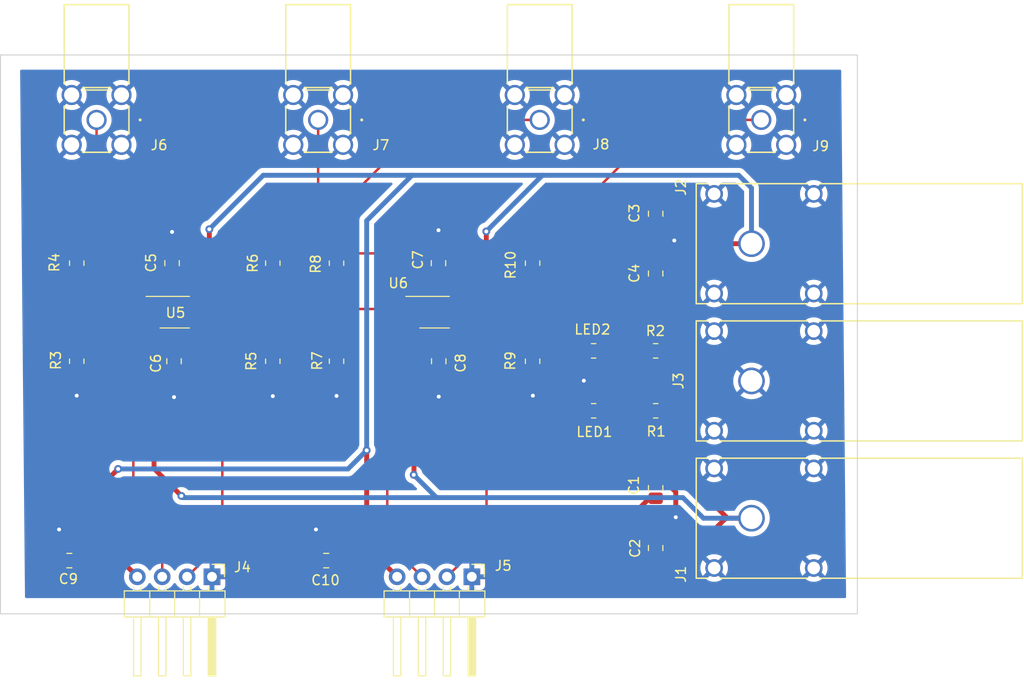
<source format=kicad_pcb>
(kicad_pcb (version 20221018) (generator pcbnew)
  (layers (0 "F.Cu" signal) (31 "B.Cu" signal) (34 "B.Paste" user) (35 "F.Paste" user) (36 "B.SilkS" user "B.Silkscreen") (37 "F.SilkS" user "F.Silkscreen") (38 "B.Mask" user) (39 "F.Mask" user) (44 "Edge.Cuts" user))
  (net 0 "")
  (net 1 "/V-")
  (net 2 "GND")
  (net 3 "/V+")
  (net 4 "1Q")
  (net 5 "1I")
  (net 6 "2Q")
  (net 7 "2I")
  (net 8 "Net-(LED1-K)")
  (net 9 "Net-(LED2-A)")
  (net 10 "Net-(U5A--)")
  (net 11 "SMA1I")
  (net 12 "Net-(U5B--)")
  (net 13 "SMA1Q")
  (net 14 "Net-(U6A--)")
  (net 15 "SMA2I")
  (net 16 "Net-(U6B--)")
  (net 17 "SMA2Q")
  (footprint "Capacitor_SMD:C_0805_2012Metric_Pad1.18x1.45mm_HandSolder" (layer "F.Cu") (at 94.7 81.2375 -90)
    (fp_text reference "C8" (at 0.1875 -2.225 90) (layer "F.SilkS"))
    (fp_text value "0.1uF")
    (pad "1" smd roundrect locked (at -1.0375 0 270) (size 1.175 1.45) (layers "F.Cu" "F.Paste" "F.Mask") (roundrect_rratio 0.212766) (net 1 "/V-"))
    (pad "2" smd roundrect locked (at 1.0375 0 270) (size 1.175 1.45) (layers "F.Cu" "F.Paste" "F.Mask") (roundrect_rratio 0.212766) (net 2 "GND"))
  )
  (footprint "0731000115:COAX4GND_731000115_MOL" (layer "F.Cu") (at 59.8 56.625)
    (fp_text reference "J6" (at 6.375 2.575 unlocked) (layer "F.SilkS"))
    (fp_text value "CONSMA002")
    (pad "1" thru_hole circle locked (at 0 0) (size 2.0574 2.0574) (drill 1.5494) (layers "*.Cu" "*.Mask") (net 11 "SMA1I"))
    (pad "2" thru_hole circle locked (at -2.54 -2.54) (size 2.0574 2.0574) (drill 1.5494) (layers "*.Cu" "*.Mask") (net 2 "GND"))
    (pad "3" thru_hole circle locked (at -2.54 2.54) (size 2.0574 2.0574) (drill 1.5494) (layers "*.Cu" "*.Mask") (net 2 "GND"))
    (pad "4" thru_hole circle locked (at 2.54 2.54) (size 2.0574 2.0574) (drill 1.5494) (layers "*.Cu" "*.Mask") (net 2 "GND"))
    (pad "5" thru_hole circle locked (at 2.54 -2.54) (size 2.0574 2.0574) (drill 1.5494) (layers "*.Cu" "*.Mask") (net 2 "GND"))
  )
  (footprint "Package_SO:MSOP-8_3x3mm_P0.65mm" (layer "F.Cu") (at 67.775 76.2375)
    (fp_text reference "U5" (at 0.075 0.065) (layer "F.SilkS"))
    (fp_text value "ADA4807-2ARM")
    (pad "1" smd roundrect locked (at -2.1125 -0.975) (size 1.625 0.4) (layers "F.Cu" "F.Paste" "F.Mask") (net 11 "SMA1I"))
    (pad "2" smd roundrect locked (at -2.1125 -0.325) (size 1.625 0.4) (layers "F.Cu" "F.Paste" "F.Mask") (net 10 "Net-(U5A--)"))
    (pad "3" smd roundrect locked (at -2.1125 0.325) (size 1.625 0.4) (layers "F.Cu" "F.Paste" "F.Mask") (net 5 "1I"))
    (pad "4" smd roundrect locked (at -2.1125 0.975) (size 1.625 0.4) (layers "F.Cu" "F.Paste" "F.Mask") (net 1 "/V-"))
    (pad "5" smd roundrect locked (at 2.1125 0.975) (size 1.625 0.4) (layers "F.Cu" "F.Paste" "F.Mask") (net 4 "1Q"))
    (pad "6" smd roundrect locked (at 2.1125 0.325) (size 1.625 0.4) (layers "F.Cu" "F.Paste" "F.Mask") (net 12 "Net-(U5B--)"))
    (pad "7" smd roundrect locked (at 2.1125 -0.325) (size 1.625 0.4) (layers "F.Cu" "F.Paste" "F.Mask") (net 13 "SMA1Q"))
    (pad "8" smd roundrect locked (at 2.1125 -0.975) (size 1.625 0.4) (layers "F.Cu" "F.Paste" "F.Mask") (net 3 "/V+"))
  )
  (footprint "Capacitor_SMD:C_0805_2012Metric_Pad1.18x1.45mm_HandSolder" (layer "F.Cu") (at 116.825 72.29375 90)
    (fp_text reference "C4" (at 0.01875 -2.175 90) (layer "F.SilkS"))
    (fp_text value "10uF")
    (pad "1" smd roundrect locked (at -1.0375 0 90) (size 1.175 1.45) (layers "F.Cu" "F.Paste" "F.Mask") (roundrect_rratio 0.212766) (net 3 "/V+"))
    (pad "2" smd roundrect locked (at 1.0375 0 90) (size 1.175 1.45) (layers "F.Cu" "F.Paste" "F.Mask") (roundrect_rratio 0.212766) (net 2 "GND"))
  )
  (footprint "Capacitor_SMD:C_0805_2012Metric_Pad1.18x1.45mm_HandSolder" (layer "F.Cu") (at 67.7 81.2375 -90)
    (fp_text reference "C6" (at 0.2125 1.85 90) (layer "F.SilkS"))
    (fp_text value "0.1uF")
    (pad "1" smd roundrect locked (at -1.0375 0 270) (size 1.175 1.45) (layers "F.Cu" "F.Paste" "F.Mask") (roundrect_rratio 0.212766) (net 1 "/V-"))
    (pad "2" smd roundrect locked (at 1.0375 0 270) (size 1.175 1.45) (layers "F.Cu" "F.Paste" "F.Mask") (roundrect_rratio 0.212766) (net 2 "GND"))
  )
  (footprint "Capacitor_SMD:C_0805_2012Metric_Pad1.18x1.45mm_HandSolder" (layer "F.Cu") (at 94.675 71.2375 90)
    (fp_text reference "C7" (at 0.3375 -2.1 90) (layer "F.SilkS"))
    (fp_text value "0.1uF")
    (pad "1" smd roundrect locked (at -1.0375 0 90) (size 1.175 1.45) (layers "F.Cu" "F.Paste" "F.Mask") (roundrect_rratio 0.212766) (net 3 "/V+"))
    (pad "2" smd roundrect locked (at 1.0375 0 90) (size 1.175 1.45) (layers "F.Cu" "F.Paste" "F.Mask") (roundrect_rratio 0.212766) (net 2 "GND"))
  )
  (footprint "Capacitor_SMD:C_0805_2012Metric_Pad1.18x1.45mm_HandSolder" (layer "F.Cu") (at 83.225 101.575 180)
    (fp_text reference "C10" (at 0.075 -2) (layer "F.SilkS"))
    (fp_text value "0.1uF")
    (pad "1" smd roundrect (at -1.0375 0 180) (size 1.175 1.45) (layers "F.Cu" "F.Paste" "F.Mask") (roundrect_rratio 0.212766) (net 3 "/V+"))
    (pad "2" smd roundrect (at 1.0375 0 180) (size 1.175 1.45) (layers "F.Cu" "F.Paste" "F.Mask") (roundrect_rratio 0.212766) (net 2 "GND"))
  )
  (footprint "Package_SO:MSOP-8_3x3mm_P0.65mm" (layer "F.Cu") (at 94.275 76.2375)
    (fp_text reference "U6" (at -3.7 -2.9625) (layer "F.SilkS"))
    (fp_text value "ADA4807-2ARM")
    (pad "1" smd roundrect locked (at -2.1125 -0.975) (size 1.625 0.4) (layers "F.Cu" "F.Paste" "F.Mask") (net 15 "SMA2I"))
    (pad "2" smd roundrect locked (at -2.1125 -0.325) (size 1.625 0.4) (layers "F.Cu" "F.Paste" "F.Mask") (net 14 "Net-(U6A--)"))
    (pad "3" smd roundrect locked (at -2.1125 0.325) (size 1.625 0.4) (layers "F.Cu" "F.Paste" "F.Mask") (net 7 "2I"))
    (pad "4" smd roundrect locked (at -2.1125 0.975) (size 1.625 0.4) (layers "F.Cu" "F.Paste" "F.Mask") (net 1 "/V-"))
    (pad "5" smd roundrect locked (at 2.1125 0.975) (size 1.625 0.4) (layers "F.Cu" "F.Paste" "F.Mask") (net 6 "2Q"))
    (pad "6" smd roundrect locked (at 2.1125 0.325) (size 1.625 0.4) (layers "F.Cu" "F.Paste" "F.Mask") (net 16 "Net-(U6B--)"))
    (pad "7" smd roundrect locked (at 2.1125 -0.325) (size 1.625 0.4) (layers "F.Cu" "F.Paste" "F.Mask") (net 17 "SMA2Q"))
    (pad "8" smd roundrect locked (at 2.1125 -0.975) (size 1.625 0.4) (layers "F.Cu" "F.Paste" "F.Mask") (net 3 "/V+"))
  )
  (footprint "Resistor_SMD:R_0805_2012Metric_Pad1.20x1.40mm_HandSolder" (layer "F.Cu") (at 116.825 80.18125 180)
    (fp_text reference "R2" (at 0.025 2.03125) (layer "F.SilkS"))
    (fp_text value "R")
    (pad "1" smd roundrect locked (at -1 0 180) (size 1.2 1.4) (layers "F.Cu" "F.Paste" "F.Mask") (roundrect_rratio 0.208333) (net 3 "/V+"))
    (pad "2" smd roundrect locked (at 1 0 180) (size 1.2 1.4) (layers "F.Cu" "F.Paste" "F.Mask") (roundrect_rratio 0.208333) (net 9 "Net-(LED2-A)"))
  )
  (footprint "73099:CONN_73099-0_POM" (layer "F.Cu") (at 126.6 69.25 90)
    (fp_text reference "J2" (at 5.75 -7.2 90 unlocked) (layer "F.SilkS"))
    (fp_text value "73099-0")
    (pad "1" thru_hole circle locked (at 0 0 90) (size 2.7178 2.7178) (drill 2.2098) (layers "*.Cu" "*.Mask") (net 3 "/V+"))
    (pad "2" thru_hole circle locked (at -5.08 -3.81 90) (size 1.8034 1.8034) (drill 1.2954) (layers "*.Cu" "*.Mask"))
    (pad "3" thru_hole circle locked (at 5.08 -3.81 90) (size 1.8034 1.8034) (drill 1.2954) (layers "*.Cu" "*.Mask"))
    (pad "4" thru_hole circle locked (at -5.08 6.35 90) (size 1.8034 1.8034) (drill 1.2954) (layers "*.Cu" "*.Mask"))
    (pad "5" thru_hole circle locked (at 5.08 6.35 90) (size 1.8034 1.8034) (drill 1.2954) (layers "*.Cu" "*.Mask"))
  )
  (footprint "Resistor_SMD:R_0805_2012Metric_Pad1.20x1.40mm_HandSolder" (layer "F.Cu") (at 110.5 86.29375 180)
    (fp_text reference "LED1" (at -0.075 -2.15625) (layer "F.SilkS"))
    (fp_text value "D")
    (pad "1" smd roundrect locked (at -1 0 180) (size 1.2 1.4) (layers "F.Cu" "F.Paste" "F.Mask") (roundrect_rratio 0.208333) (net 8 "Net-(LED1-K)"))
    (pad "2" smd roundrect locked (at 1 0 180) (size 1.2 1.4) (layers "F.Cu" "F.Paste" "F.Mask") (roundrect_rratio 0.208333) (net 2 "GND"))
  )
  (footprint "Capacitor_SMD:C_0805_2012Metric_Pad1.18x1.45mm_HandSolder" (layer "F.Cu") (at 67.5 71.2375 90)
    (fp_text reference "C5" (at 0.0375 -2.15 90) (layer "F.SilkS"))
    (fp_text value "0.1uF")
    (pad "1" smd roundrect locked (at -1.0375 0 90) (size 1.175 1.45) (layers "F.Cu" "F.Paste" "F.Mask") (roundrect_rratio 0.212766) (net 3 "/V+"))
    (pad "2" smd roundrect locked (at 1.0375 0 90) (size 1.175 1.45) (layers "F.Cu" "F.Paste" "F.Mask") (roundrect_rratio 0.212766) (net 2 "GND"))
  )
  (footprint "Capacitor_SMD:C_0805_2012Metric_Pad1.18x1.45mm_HandSolder" (layer "F.Cu") (at 116.825 94.18125 90)
    (fp_text reference "C1" (at 0.28125 -2.225 90) (layer "F.SilkS"))
    (fp_text value "0.1uF")
    (pad "1" smd roundrect locked (at -1.0375 0 90) (size 1.175 1.45) (layers "F.Cu" "F.Paste" "F.Mask") (roundrect_rratio 0.212766) (net 1 "/V-"))
    (pad "2" smd roundrect locked (at 1.0375 0 90) (size 1.175 1.45) (layers "F.Cu" "F.Paste" "F.Mask") (roundrect_rratio 0.212766) (net 2 "GND"))
  )
  (footprint "Capacitor_SMD:C_0805_2012Metric_Pad1.18x1.45mm_HandSolder" (layer "F.Cu") (at 116.825 100.29375 90)
    (fp_text reference "C2" (at -0.03125 -2.1 90) (layer "F.SilkS"))
    (fp_text value "10uF")
    (pad "1" smd roundrect locked (at -1.0375 0 90) (size 1.175 1.45) (layers "F.Cu" "F.Paste" "F.Mask") (roundrect_rratio 0.212766) (net 1 "/V-"))
    (pad "2" smd roundrect locked (at 1.0375 0 90) (size 1.175 1.45) (layers "F.Cu" "F.Paste" "F.Mask") (roundrect_rratio 0.212766) (net 2 "GND"))
  )
  (footprint "Resistor_SMD:R_0805_2012Metric_Pad1.20x1.40mm_HandSolder" (layer "F.Cu") (at 57.775 81.2375 90)
    (fp_text reference "R3" (at 0.0875 -2.125 90) (layer "F.SilkS"))
    (fp_text value "10k")
    (pad "1" smd roundrect locked (at -1 0 90) (size 1.2 1.4) (layers "F.Cu" "F.Paste" "F.Mask") (roundrect_rratio 0.208333) (net 2 "GND"))
    (pad "2" smd roundrect locked (at 1 0 90) (size 1.2 1.4) (layers "F.Cu" "F.Paste" "F.Mask") (roundrect_rratio 0.208333) (net 10 "Net-(U5A--)"))
  )
  (footprint "Resistor_SMD:R_0805_2012Metric_Pad1.20x1.40mm_HandSolder" (layer "F.Cu") (at 110.5 80.18125)
    (fp_text reference "LED2" (at -0.125 -2.18125) (layer "F.SilkS"))
    (fp_text value "D")
    (pad "1" smd roundrect locked (at -1 0) (size 1.2 1.4) (layers "F.Cu" "F.Paste" "F.Mask") (roundrect_rratio 0.208333) (net 2 "GND"))
    (pad "2" smd roundrect locked (at 1 0) (size 1.2 1.4) (layers "F.Cu" "F.Paste" "F.Mask") (roundrect_rratio 0.208333) (net 9 "Net-(LED2-A)"))
  )
  (footprint "Resistor_SMD:R_0805_2012Metric_Pad1.20x1.40mm_HandSolder" (layer "F.Cu") (at 104.275 81.2375 90)
    (fp_text reference "R9" (at 0.0375 -2.275 90) (layer "F.SilkS"))
    (fp_text value "10k")
    (pad "1" smd roundrect locked (at -1 0 90) (size 1.2 1.4) (layers "F.Cu" "F.Paste" "F.Mask") (roundrect_rratio 0.208333) (net 2 "GND"))
    (pad "2" smd roundrect locked (at 1 0 90) (size 1.2 1.4) (layers "F.Cu" "F.Paste" "F.Mask") (roundrect_rratio 0.208333) (net 16 "Net-(U6B--)"))
  )
  (footprint "Resistor_SMD:R_0805_2012Metric_Pad1.20x1.40mm_HandSolder" (layer "F.Cu") (at 84.275 71.2375 90)
    (fp_text reference "R8" (at -0.0875 -2.125 90) (layer "F.SilkS"))
    (fp_text value "10k")
    (pad "1" smd roundrect locked (at -1 0 90) (size 1.2 1.4) (layers "F.Cu" "F.Paste" "F.Mask") (roundrect_rratio 0.208333) (net 14 "Net-(U6A--)"))
    (pad "2" smd roundrect locked (at 1 0 90) (size 1.2 1.4) (layers "F.Cu" "F.Paste" "F.Mask") (roundrect_rratio 0.208333) (net 15 "SMA2I"))
  )
  (footprint "Resistor_SMD:R_0805_2012Metric_Pad1.20x1.40mm_HandSolder" (layer "F.Cu") (at 104.275 71.2375 90)
    (fp_text reference "R10" (at -0.1875 -2.25 270) (layer "F.SilkS"))
    (fp_text value "10k")
    (pad "1" smd roundrect locked (at -1 0 90) (size 1.2 1.4) (layers "F.Cu" "F.Paste" "F.Mask") (roundrect_rratio 0.208333) (net 16 "Net-(U6B--)"))
    (pad "2" smd roundrect locked (at 1 0 90) (size 1.2 1.4) (layers "F.Cu" "F.Paste" "F.Mask") (roundrect_rratio 0.208333) (net 17 "SMA2Q"))
  )
  (footprint "Resistor_SMD:R_0805_2012Metric_Pad1.20x1.40mm_HandSolder" (layer "F.Cu") (at 77.775 81.2375 90)
    (fp_text reference "R5" (at 0 -2.2 90) (layer "F.SilkS"))
    (fp_text value "10k")
    (pad "1" smd roundrect locked (at -1 0 90) (size 1.2 1.4) (layers "F.Cu" "F.Paste" "F.Mask") (roundrect_rratio 0.208333) (net 2 "GND"))
    (pad "2" smd roundrect locked (at 1 0 90) (size 1.2 1.4) (layers "F.Cu" "F.Paste" "F.Mask") (roundrect_rratio 0.208333) (net 12 "Net-(U5B--)"))
  )
  (footprint "0731000115:COAX4GND_731000115_MOL" (layer "F.Cu") (at 127.6 56.625)
    (fp_text reference "J9" (at 6.05 2.675 unlocked) (layer "F.SilkS"))
    (fp_text value "CONSMA002")
    (pad "1" thru_hole circle locked (at 0 0) (size 2.0574 2.0574) (drill 1.5494) (layers "*.Cu" "*.Mask") (net 17 "SMA2Q"))
    (pad "2" thru_hole circle locked (at -2.54 -2.54) (size 2.0574 2.0574) (drill 1.5494) (layers "*.Cu" "*.Mask") (net 2 "GND"))
    (pad "3" thru_hole circle locked (at -2.54 2.54) (size 2.0574 2.0574) (drill 1.5494) (layers "*.Cu" "*.Mask") (net 2 "GND"))
    (pad "4" thru_hole circle locked (at 2.54 2.54) (size 2.0574 2.0574) (drill 1.5494) (layers "*.Cu" "*.Mask") (net 2 "GND"))
    (pad "5" thru_hole circle locked (at 2.54 -2.54) (size 2.0574 2.0574) (drill 1.5494) (layers "*.Cu" "*.Mask") (net 2 "GND"))
  )
  (footprint "Resistor_SMD:R_0805_2012Metric_Pad1.20x1.40mm_HandSolder" (layer "F.Cu") (at 84.275 81.2375 90)
    (fp_text reference "R7" (at 0.0375 -1.975 90) (layer "F.SilkS"))
    (fp_text value "10k")
    (pad "1" smd roundrect locked (at -1 0 90) (size 1.2 1.4) (layers "F.Cu" "F.Paste" "F.Mask") (roundrect_rratio 0.208333) (net 2 "GND"))
    (pad "2" smd roundrect locked (at 1 0 90) (size 1.2 1.4) (layers "F.Cu" "F.Paste" "F.Mask") (roundrect_rratio 0.208333) (net 14 "Net-(U6A--)"))
  )
  (footprint "Capacitor_SMD:C_0805_2012Metric_Pad1.18x1.45mm_HandSolder" (layer "F.Cu") (at 116.825 66.19375 90)
    (fp_text reference "C3" (at 0.04375 -2.175 90) (layer "F.SilkS"))
    (fp_text value "0.1uF")
    (pad "1" smd roundrect locked (at -1.0375 0 90) (size 1.175 1.45) (layers "F.Cu" "F.Paste" "F.Mask") (roundrect_rratio 0.212766) (net 3 "/V+"))
    (pad "2" smd roundrect locked (at 1.0375 0 90) (size 1.175 1.45) (layers "F.Cu" "F.Paste" "F.Mask") (roundrect_rratio 0.212766) (net 2 "GND"))
  )
  (footprint "Connector_PinHeader_2.54mm:PinHeader_1x04_P2.54mm_Horizontal" (layer "F.Cu") (at 71.575 103.225 -90)
    (fp_text reference "J4" (at -0.975 -3.1 -180) (layer "F.SilkS"))
    (fp_text value "Conn_01x04_Pin")
    (pad "1" thru_hole rect locked (at 0 0 270) (size 1.7 1.7) (drill 1) (layers "*.Cu" "*.Mask") (net 2 "GND"))
    (pad "2" thru_hole oval locked (at 0 2.54 270) (size 1.7 1.7) (drill 1) (layers "*.Cu" "*.Mask") (net 4 "1Q"))
    (pad "3" thru_hole oval locked (at 0 5.08 270) (size 1.7 1.7) (drill 1) (layers "*.Cu" "*.Mask") (net 5 "1I"))
    (pad "4" thru_hole oval locked (at 0 7.62 270) (size 1.7 1.7) (drill 1) (layers "*.Cu" "*.Mask") (net 3 "/V+"))
  )
  (footprint "Resistor_SMD:R_0805_2012Metric_Pad1.20x1.40mm_HandSolder" (layer "F.Cu") (at 57.775 71.2375 90)
    (fp_text reference "R4" (at 0.0625 -2.275 90) (layer "F.SilkS"))
    (fp_text value "10k")
    (pad "1" smd roundrect locked (at -1 0 90) (size 1.2 1.4) (layers "F.Cu" "F.Paste" "F.Mask") (roundrect_rratio 0.208333) (net 10 "Net-(U5A--)"))
    (pad "2" smd roundrect locked (at 1 0 90) (size 1.2 1.4) (layers "F.Cu" "F.Paste" "F.Mask") (roundrect_rratio 0.208333) (net 11 "SMA1I"))
  )
  (footprint "73099:CONN_73099-0_POM" (layer "F.Cu") (at 126.6 83.25 90)
    (fp_text reference "J3" (at 0 -7.45 90 unlocked) (layer "F.SilkS"))
    (fp_text value "73099-0")
    (pad "1" thru_hole circle locked (at 0 0 90) (size 2.7178 2.7178) (drill 2.2098) (layers "*.Cu" "*.Mask") (net 2 "GND"))
    (pad "2" thru_hole circle locked (at -5.08 -3.81 90) (size 1.8034 1.8034) (drill 1.2954) (layers "*.Cu" "*.Mask"))
    (pad "3" thru_hole circle locked (at 5.08 -3.81 90) (size 1.8034 1.8034) (drill 1.2954) (layers "*.Cu" "*.Mask"))
    (pad "4" thru_hole circle locked (at -5.08 6.35 90) (size 1.8034 1.8034) (drill 1.2954) (layers "*.Cu" "*.Mask"))
    (pad "5" thru_hole circle locked (at 5.08 6.35 90) (size 1.8034 1.8034) (drill 1.2954) (layers "*.Cu" "*.Mask"))
  )
  (footprint "73099:CONN_73099-0_POM" (layer "F.Cu") (at 126.6 97.25 90)
    (fp_text reference "J1" (at -5.725 -7.2 90 unlocked) (layer "F.SilkS"))
    (fp_text value "73099-0")
    (pad "1" thru_hole circle locked (at 0 0 90) (size 2.7178 2.7178) (drill 2.2098) (layers "*.Cu" "*.Mask") (net 1 "/V-"))
    (pad "2" thru_hole circle locked (at -5.08 -3.81 90) (size 1.8034 1.8034) (drill 1.2954) (layers "*.Cu" "*.Mask"))
    (pad "3" thru_hole circle locked (at 5.08 -3.81 90) (size 1.8034 1.8034) (drill 1.2954) (layers "*.Cu" "*.Mask"))
    (pad "4" thru_hole circle locked (at -5.08 6.35 90) (size 1.8034 1.8034) (drill 1.2954) (layers "*.Cu" "*.Mask"))
    (pad "5" thru_hole circle locked (at 5.08 6.35 90) (size 1.8034 1.8034) (drill 1.2954) (layers "*.Cu" "*.Mask"))
  )
  (footprint "0731000115:COAX4GND_731000115_MOL" (layer "F.Cu") (at 105 56.625)
    (fp_text reference "J8" (at 6.25 2.5 unlocked) (layer "F.SilkS"))
    (fp_text value "CONSMA002")
    (pad "1" thru_hole circle locked (at 0 0) (size 2.0574 2.0574) (drill 1.5494) (layers "*.Cu" "*.Mask") (net 15 "SMA2I"))
    (pad "2" thru_hole circle locked (at -2.54 -2.54) (size 2.0574 2.0574) (drill 1.5494) (layers "*.Cu" "*.Mask") (net 2 "GND"))
    (pad "3" thru_hole circle locked (at -2.54 2.54) (size 2.0574 2.0574) (drill 1.5494) (layers "*.Cu" "*.Mask") (net 2 "GND"))
    (pad "4" thru_hole circle locked (at 2.54 2.54) (size 2.0574 2.0574) (drill 1.5494) (layers "*.Cu" "*.Mask") (net 2 "GND"))
    (pad "5" thru_hole circle locked (at 2.54 -2.54) (size 2.0574 2.0574) (drill 1.5494) (layers "*.Cu" "*.Mask") (net 2 "GND"))
  )
  (footprint "Resistor_SMD:R_0805_2012Metric_Pad1.20x1.40mm_HandSolder" (layer "F.Cu") (at 77.775 71.2375 90)
    (fp_text reference "R6" (at 0 -2.05 90) (layer "F.SilkS"))
    (fp_text value "10k")
    (pad "1" smd roundrect locked (at -1 0 90) (size 1.2 1.4) (layers "F.Cu" "F.Paste" "F.Mask") (roundrect_rratio 0.208333) (net 12 "Net-(U5B--)"))
    (pad "2" smd roundrect locked (at 1 0 90) (size 1.2 1.4) (layers "F.Cu" "F.Paste" "F.Mask") (roundrect_rratio 0.208333) (net 13 "SMA1Q"))
  )
  (footprint "Connector_PinHeader_2.54mm:PinHeader_1x04_P2.54mm_Horizontal" (layer "F.Cu") (at 98.075 103.225 -90)
    (fp_text reference "J5" (at -1.125 -3.2 -180) (layer "F.SilkS"))
    (fp_text value "Conn_01x04_Pin")
    (pad "1" thru_hole rect locked (at 0 0 270) (size 1.7 1.7) (drill 1) (layers "*.Cu" "*.Mask") (net 2 "GND"))
    (pad "2" thru_hole oval locked (at 0 2.54 270) (size 1.7 1.7) (drill 1) (layers "*.Cu" "*.Mask") (net 6 "2Q"))
    (pad "3" thru_hole oval locked (at 0 5.08 270) (size 1.7 1.7) (drill 1) (layers "*.Cu" "*.Mask") (net 7 "2I"))
    (pad "4" thru_hole oval locked (at 0 7.62 270) (size 1.7 1.7) (drill 1) (layers "*.Cu" "*.Mask") (net 3 "/V+"))
  )
  (footprint "0731000115:COAX4GND_731000115_MOL" (layer "F.Cu") (at 82.4 56.625)
    (fp_text reference "J7" (at 6.4 2.575 unlocked) (layer "F.SilkS"))
    (fp_text value "CONSMA002")
    (pad "1" thru_hole circle locked (at 0 0) (size 2.0574 2.0574) (drill 1.5494) (layers "*.Cu" "*.Mask") (net 13 "SMA1Q"))
    (pad "2" thru_hole circle locked (at -2.54 -2.54) (size 2.0574 2.0574) (drill 1.5494) (layers "*.Cu" "*.Mask") (net 2 "GND"))
    (pad "3" thru_hole circle locked (at -2.54 2.54) (size 2.0574 2.0574) (drill 1.5494) (layers "*.Cu" "*.Mask") (net 2 "GND"))
    (pad "4" thru_hole circle locked (at 2.54 2.54) (size 2.0574 2.0574) (drill 1.5494) (layers "*.Cu" "*.Mask") (net 2 "GND"))
    (pad "5" thru_hole circle locked (at 2.54 -2.54) (size 2.0574 2.0574) (drill 1.5494) (layers "*.Cu" "*.Mask") (net 2 "GND"))
  )
  (footprint "Capacitor_SMD:C_0805_2012Metric_Pad1.18x1.45mm_HandSolder" (layer "F.Cu") (at 57.025 101.575 180)
    (fp_text reference "C9" (at 0.1 -1.875) (layer "F.SilkS"))
    (fp_text value "0.1uF")
    (pad "1" smd roundrect (at -1.0375 0 180) (size 1.175 1.45) (layers "F.Cu" "F.Paste" "F.Mask") (roundrect_rratio 0.212766) (net 3 "/V+"))
    (pad "2" smd roundrect (at 1.0375 0 180) (size 1.175 1.45) (layers "F.Cu" "F.Paste" "F.Mask") (roundrect_rratio 0.212766) (net 2 "GND"))
  )
  (footprint "Resistor_SMD:R_0805_2012Metric_Pad1.20x1.40mm_HandSolder" (layer "F.Cu") (at 116.825 86.29375)
    (fp_text reference "R1" (at 0.05 2.10625) (layer "F.SilkS"))
    (fp_text value "R")
    (pad "1" smd roundrect locked (at -1 0) (size 1.2 1.4) (layers "F.Cu" "F.Paste" "F.Mask") (roundrect_rratio 0.208333) (net 8 "Net-(LED1-K)"))
    (pad "2" smd roundrect locked (at 1 0) (size 1.2 1.4) (layers "F.Cu" "F.Paste" "F.Mask") (roundrect_rratio 0.208333) (net 1 "/V-"))
  )
  (gr_rect locked (start 50 50) (end 137.4 107) (stroke (width 0.1)) (fill none) (layer "Edge.Cuts"))
  (segment (start 116.825 101.33125) (end 116.00625 101.33125) (width 0.5) (layer "F.Cu") (net 1))
  (segment (start 66.7625 77.2125) (end 65.6625 77.2125) (width 0.5) (layer "F.Cu") (net 1))
  (segment (start 92.15 92.825) (end 92.1625 92.8125) (width 0.2) (layer "F.Cu") (net 1))
  (segment (start 126.6 97.25) (end 124.15 97.25) (width 0.2) (layer "F.Cu") (net 1))
  (segment (start 93.8375 77.2125) (end 92.1625 77.2125) (width 0.5) (layer "F.Cu") (net 1))
  (segment (start 67.7 80.2) (end 67.7 78.15) (width 0.5) (layer "F.Cu") (net 1))
  (segment (start 114.75 96.65) (end 116.18125 95.21875) (width 0.5) (layer "F.Cu") (net 1))
  (segment (start 116.18125 95.21875) (end 116.825 95.21875) (width 0.2) (layer "F.Cu") (net 1))
  (segment (start 65.6625 92.1875) (end 65.6625 77.2125) (width 0.5) (layer "F.Cu") (net 1))
  (segment (start 118.59375 86.29375) (end 117.825 86.29375) (width 0.5) (layer "F.Cu") (net 1))
  (segment (start 92.1625 92.8125) (end 92.175 92.8) (width 0.5) (layer "F.Cu") (net 1))
  (segment (start 94.7 78.075) (end 93.8375 77.2125) (width 0.5) (layer "F.Cu") (net 1))
  (segment (start 92.175 92.8) (end 92.175 77.225) (width 0.5) (layer "F.Cu") (net 1))
  (segment (start 94.7 80.2) (end 94.7 78.075) (width 0.5) (layer "F.Cu") (net 1))
  (segment (start 124.15 97.25) (end 119.45 92.55) (width 0.5) (layer "F.Cu") (net 1))
  (segment (start 123.975 97.25) (end 126.6 97.25) (width 0.5) (layer "F.Cu") (net 1))
  (segment (start 68.45 94.975) (end 65.6625 92.1875) (width 0.5) (layer "F.Cu") (net 1))
  (segment (start 119.45 92.55) (end 119.45 87.15) (width 0.5) (layer "F.Cu") (net 1))
  (segment (start 116.825 101.33125) (end 119.89375 101.33125) (width 0.5) (layer "F.Cu") (net 1))
  (segment (start 119.45 87.15) (end 118.59375 86.29375) (width 0.5) (layer "F.Cu") (net 1))
  (segment (start 114.75 100.075) (end 114.75 96.65) (width 0.5) (layer "F.Cu") (net 1))
  (segment (start 92.175 77.225) (end 92.1625 77.2125) (width 0.5) (layer "F.Cu") (net 1))
  (segment (start 67.7 78.15) (end 66.7625 77.2125) (width 0.5) (layer "F.Cu") (net 1))
  (segment (start 119.89375 101.33125) (end 123.975 97.25) (width 0.5) (layer "F.Cu") (net 1))
  (segment (start 116.00625 101.33125) (end 114.75 100.075) (width 0.5) (layer "F.Cu") (net 1))
  (via (at 68.45 94.975) (size 0.8) (drill 0.4) (layers "F.Cu" "B.Cu") (net 1))
  (via (at 92.15 92.825) (size 0.8) (drill 0.4) (layers "F.Cu" "B.Cu") (net 1))
  (segment (start 94.65 95.15) (end 94.475 95.15) (width 0.2) (layer "B.Cu") (net 1))
  (segment (start 68.45 94.975) (end 68.625 95.15) (width 0.2) (layer "B.Cu") (net 1))
  (segment (start 121.7 97.25) (end 119.6 95.15) (width 0.5) (layer "B.Cu") (net 1))
  (segment (start 94.475 95.15) (end 92.15 92.825) (width 0.5) (layer "B.Cu") (net 1))
  (segment (start 68.625 95.15) (end 94.65 95.15) (width 0.5) (layer "B.Cu") (net 1))
  (segment (start 126.6 97.25) (end 121.7 97.25) (width 0.5) (layer "B.Cu") (net 1))
  (segment (start 119.6 95.15) (end 94.65 95.15) (width 0.5) (layer "B.Cu") (net 1))
  (segment (start 116.825 93.14375) (end 117.44375 93.14375) (width 0.25) (layer "F.Cu") (net 2))
  (segment (start 84.275 82.2375) (end 84.275 84.775) (width 0.5) (layer "F.Cu") (net 2))
  (segment (start 118.725 66.425) (end 117.45625 65.15625) (width 0.5) (layer "F.Cu") (net 2))
  (segment (start 104.275 84.725) (end 104.3 84.75) (width 0.25) (layer "F.Cu") (net 2))
  (segment (start 117.44375 93.14375) (end 118.875 94.575) (width 0.5) (layer "F.Cu") (net 2))
  (segment (start 67.7 82.275) (end 67.7 84.9) (width 0.5) (layer "F.Cu") (net 2))
  (segment (start 118.875 97.9) (end 118.875 97.15) (width 0.5) (layer "F.Cu") (net 2))
  (segment (start 118.725 68.925) (end 118.725 70.1) (width 0.5) (layer "F.Cu") (net 2))
  (segment (start 82.1875 101.575) (end 82.1875 98.4125) (width 0.5) (layer "F.Cu") (net 2))
  (segment (start 55.9875 101.575) (end 55.9875 98.4125) (width 0.5) (layer "F.Cu") (net 2))
  (segment (start 117.56875 71.25625) (end 116.825 71.25625) (width 0.5) (layer "F.Cu") (net 2))
  (segment (start 118.725 70.1) (end 117.56875 71.25625) (width 0.5) (layer "F.Cu") (net 2))
  (segment (start 82.1875 98.4125) (end 82.175 98.4) (width 0.25) (layer "F.Cu") (net 2))
  (segment (start 57.775 84.75) (end 57.775 82.2375) (width 0.5) (layer "F.Cu") (net 2))
  (segment (start 109.5 86.29375) (end 109.5 83.225) (width 0.5) (layer "F.Cu") (net 2))
  (segment (start 118.725 68.925) (end 118.725 66.425) (width 0.5) (layer "F.Cu") (net 2))
  (segment (start 109.5 80.18125) (end 109.5 83.225) (width 0.5) (layer "F.Cu") (net 2))
  (segment (start 94.7 82.275) (end 94.7 84.85) (width 0.5) (layer "F.Cu") (net 2))
  (segment (start 77.775 82.2375) (end 77.775 84.8) (width 0.5) (layer "F.Cu") (net 2))
  (segment (start 94.675 70.2) (end 94.675 67.875) (width 0.5) (layer "F.Cu") (net 2))
  (segment (start 118.875 94.575) (end 118.875 97.15) (width 0.5) (layer "F.Cu") (net 2))
  (segment (start 116.825 99.25625) (end 117.51875 99.25625) (width 0.25) (layer "F.Cu") (net 2))
  (segment (start 55.9875 98.4125) (end 55.975 98.4) (width 0.5) (layer "F.Cu") (net 2))
  (segment (start 67.5 70.2) (end 67.5 68.05) (width 0.5) (layer "F.Cu") (net 2))
  (segment (start 104.275 82.2375) (end 104.275 84.725) (width 0.5) (layer "F.Cu") (net 2))
  (segment (start 117.45625 65.15625) (end 116.825 65.15625) (width 0.5) (layer "F.Cu") (net 2))
  (segment (start 117.51875 99.25625) (end 118.875 97.9) (width 0.5) (layer "F.Cu") (net 2))
  (via (at 82.175 98.4) (size 0.8) (drill 0.4) (layers "F.Cu" "B.Cu") (net 2))
  (via (at 94.7 84.85) (size 0.8) (drill 0.4) (layers "F.Cu" "B.Cu") (net 2))
  (via (at 94.675 67.875) (size 0.8) (drill 0.4) (layers "F.Cu" "B.Cu") (net 2))
  (via (at 109.5 83.225) (size 0.8) (drill 0.4) (layers "F.Cu" "B.Cu") (net 2))
  (via (at 67.5 68.05) (size 0.8) (drill 0.4) (layers "F.Cu" "B.Cu") (net 2))
  (via (at 55.975 98.4) (size 0.8) (drill 0.4) (layers "F.Cu" "B.Cu") (net 2))
  (via (at 84.275 84.775) (size 0.8) (drill 0.4) (layers "F.Cu" "B.Cu") (net 2))
  (via (at 118.875 97.15) (size 0.8) (drill 0.4) (layers "F.Cu" "B.Cu") (net 2))
  (via (at 104.3 84.75) (size 0.8) (drill 0.4) (layers "F.Cu" "B.Cu") (net 2))
  (via (at 118.725 68.925) (size 0.8) (drill 0.4) (layers "F.Cu" "B.Cu") (net 2))
  (via (at 77.775 84.8) (size 0.8) (drill 0.4) (layers "F.Cu" "B.Cu") (net 2))
  (via (at 57.775 84.75) (size 0.8) (drill 0.4) (layers "F.Cu" "B.Cu") (net 2))
  (via (at 67.7 84.9) (size 0.8) (drill 0.4) (layers "F.Cu" "B.Cu") (net 2))
  (segment (start 116.26875 67.23125) (end 116.825 67.23125) (width 0.5) (layer "F.Cu") (net 3))
  (segment (start 84.2625 101.575) (end 85.895 101.575) (width 0.5) (layer "F.Cu") (net 3))
  (segment (start 62 92.225) (end 60.95 93.275) (width 0.5) (layer "F.Cu") (net 3))
  (segment (start 114.975 71.925) (end 114.975 68.525) (width 0.5) (layer "F.Cu") (net 3))
  (segment (start 126.6 69.25) (end 123.9625 69.25) (width 0.5) (layer "F.Cu") (net 3))
  (segment (start 114.975 68.525) (end 116.26875 67.23125) (width 0.5) (layer "F.Cu") (net 3))
  (segment (start 95.4125 75.2625) (end 96.3875 75.2625) (width 0.5) (layer "F.Cu") (net 3))
  (segment (start 116.825 73.33125) (end 116.38125 73.33125) (width 0.5) (layer "F.Cu") (net 3))
  (segment (start 99.55 68) (end 99.55 72.1) (width 0.5) (layer "F.Cu") (net 3))
  (segment (start 59.575 101.575) (end 60.95 100.2) (width 0.5) (layer "F.Cu") (net 3))
  (segment (start 119.88125 73.33125) (end 116.825 73.33125) (width 0.5) (layer "F.Cu") (net 3))
  (segment (start 63.955 103.205) (end 63.955 103.225) (width 0.2) (layer "F.Cu") (net 3))
  (segment (start 119.88125 73.33125) (end 119.88125 79.11875) (width 0.5) (layer "F.Cu") (net 3))
  (segment (start 85.895 101.575) (end 87.35 100.12) (width 0.5) (layer "F.Cu") (net 3))
  (segment (start 123.9625 69.25) (end 119.88125 73.33125) (width 0.5) (layer "F.Cu") (net 3))
  (segment (start 58.0625 101.575) (end 59.575 101.575) (width 0.5) (layer "F.Cu") (net 3))
  (segment (start 71.3 73.85) (end 69.8875 75.2625) (width 0.5) (layer "F.Cu") (net 3))
  (segment (start 68.4 75.225) (end 67.5 74.325) (width 0.5) (layer "F.Cu") (net 3))
  (segment (start 87.35 90.325) (end 87.35 100.12) (width 0.5) (layer "F.Cu") (net 3))
  (segment (start 69.8875 75.2625) (end 69.85 75.225) (width 0.5) (layer "F.Cu") (net 3))
  (segment (start 60.95 100.2) (end 63.955 103.205) (width 0.5) (layer "F.Cu") (net 3))
  (segment (start 119.88125 79.11875) (end 118.81875 80.18125) (width 0.5) (layer "F.Cu") (net 3))
  (segment (start 118.81875 80.18125) (end 117.825 80.18125) (width 0.5) (layer "F.Cu") (net 3))
  (segment (start 87.35 100.12) (end 90.455 103.225) (width 0.5) (layer "F.Cu") (net 3))
  (segment (start 69.85 75.225) (end 68.4 75.225) (width 0.5) (layer "F.Cu") (net 3))
  (segment (start 94.675 74.525) (end 95.4125 75.2625) (width 0.5) (layer "F.Cu") (net 3))
  (segment (start 116.38125 73.33125) (end 114.975 71.925) (width 0.5) (layer "F.Cu") (net 3))
  (segment (start 67.5 74.325) (end 67.5 72.275) (width 0.5) (layer "F.Cu") (net 3))
  (segment (start 71.3 67.775) (end 71.3 73.85) (width 0.5) (layer "F.Cu") (net 3))
  (segment (start 94.675 72.275) (end 94.675 74.525) (width 0.5) (layer "F.Cu") (net 3))
  (segment (start 60.95 93.275) (end 60.95 98.575) (width 0.5) (layer "F.Cu") (net 3))
  (segment (start 60.95 98.575) (end 60.95 100.2) (width 0.5) (layer "F.Cu") (net 3))
  (segment (start 99.55 72.1) (end 96.3875 75.2625) (width 0.5) (layer "F.Cu") (net 3))
  (via (at 62 92.225) (size 0.8) (drill 0.4) (layers "F.Cu" "B.Cu") (net 3))
  (via (at 87.35 90.325) (size 0.8) (drill 0.4) (layers "F.Cu" "B.Cu") (net 3))
  (via (at 71.3 67.775) (size 0.8) (drill 0.4) (layers "F.Cu" "B.Cu") (net 3))
  (via (at 99.55 68) (size 0.8) (drill 0.4) (layers "F.Cu" "B.Cu") (net 3))
  (segment (start 87.35 90.325) (end 87.35 66.9) (width 0.5) (layer "B.Cu") (net 3))
  (segment (start 76.8 62.275) (end 71.3 67.775) (width 0.5) (layer "B.Cu") (net 3))
  (segment (start 91.975 62.275) (end 76.8 62.275) (width 0.5) (layer "B.Cu") (net 3))
  (segment (start 105.275 62.275) (end 91.975 62.275) (width 0.5) (layer "B.Cu") (net 3))
  (segment (start 71.15 67.925) (end 71.3 67.775) (width 0.2) (layer "B.Cu") (net 3))
  (segment (start 126.425 63.4) (end 125.3 62.275) (width 0.5) (layer "B.Cu") (net 3))
  (segment (start 125.3 62.275) (end 105.275 62.275) (width 0.5) (layer "B.Cu") (net 3))
  (segment (start 105.275 62.275) (end 99.55 68) (width 0.5) (layer "B.Cu") (net 3))
  (segment (start 126.6 69.25) (end 126.6 63.575) (width 0.5) (layer "B.Cu") (net 3))
  (segment (start 85.45 92.225) (end 87.35 90.325) (width 0.5) (layer "B.Cu") (net 3))
  (segment (start 87.35 66.9) (end 91.975 62.275) (width 0.5) (layer "B.Cu") (net 3))
  (segment (start 126.6 63.575) (end 126.425 63.4) (width 0.5) (layer "B.Cu") (net 3))
  (segment (start 62 92.225) (end 85.45 92.225) (width 0.5) (layer "B.Cu") (net 3))
  (segment (start 72.625 79.15) (end 70.6875 77.2125) (width 0.25) (layer "F.Cu") (net 4))
  (segment (start 70.6875 77.2125) (end 69.8875 77.2125) (width 0.25) (layer "F.Cu") (net 4))
  (segment (start 69.035 103.225) (end 72.625 99.635) (width 0.25) (layer "F.Cu") (net 4))
  (segment (start 72.625 99.635) (end 72.625 79.15) (width 0.25) (layer "F.Cu") (net 4))
  (segment (start 64.85 76.5625) (end 65.6625 76.5625) (width 0.25) (layer "F.Cu") (net 5))
  (segment (start 66.495 103.225) (end 66.495 100.895) (width 0.25) (layer "F.Cu") (net 5))
  (segment (start 66.495 100.895) (end 63.55 97.95) (width 0.25) (layer "F.Cu") (net 5))
  (segment (start 63.55 97.95) (end 63.55 77.8625) (width 0.25) (layer "F.Cu") (net 5))
  (segment (start 63.55 77.8625) (end 64.85 76.5625) (width 0.25) (layer "F.Cu") (net 5))
  (segment (start 95.535 103.225) (end 99.575 99.185) (width 0.25) (layer "F.Cu") (net 6))
  (segment (start 99.575 80.4) (end 96.3875 77.2125) (width 0.25) (layer "F.Cu") (net 6))
  (segment (start 99.575 99.185) (end 99.575 80.4) (width 0.25) (layer "F.Cu") (net 6))
  (segment (start 89.45 77.95) (end 90.8375 76.5625) (width 0.25) (layer "F.Cu") (net 7))
  (segment (start 89.45 99.68) (end 89.45 77.95) (width 0.25) (layer "F.Cu") (net 7))
  (segment (start 90.8375 76.5625) (end 92.1625 76.5625) (width 0.25) (layer "F.Cu") (net 7))
  (segment (start 92.995 103.225) (end 89.45 99.68) (width 0.25) (layer "F.Cu") (net 7))
  (segment (start 115.825 86.29375) (end 111.5 86.29375) (width 0.25) (layer "F.Cu") (net 8))
  (segment (start 115.825 80.18125) (end 111.5 80.18125) (width 0.25) (layer "F.Cu") (net 9))
  (segment (start 59.1125 75.9125) (end 57.775 77.25) (width 0.25) (layer "F.Cu") (net 10))
  (segment (start 57.775 80.2375) (end 57.775 77.25) (width 0.25) (layer "F.Cu") (net 10))
  (segment (start 65.6625 75.9125) (end 59.1125 75.9125) (width 0.25) (layer "F.Cu") (net 10))
  (segment (start 57.775 77.25) (end 57.775 72.2375) (width 0.25) (layer "F.Cu") (net 10))
  (segment (start 59.8 60.65) (end 59.8 56.625) (width 0.25) (layer "F.Cu") (net 11))
  (segment (start 57.775 70.2375) (end 57.55 70.0125) (width 0.25) (layer "F.Cu") (net 11))
  (segment (start 57.55 62.9) (end 59.8 60.65) (width 0.25) (layer "F.Cu") (net 11))
  (segment (start 65.6625 72.0375) (end 65.6625 75.2625) (width 0.25) (layer "F.Cu") (net 11))
  (segment (start 57.55 70.0125) (end 57.55 62.9) (width 0.25) (layer "F.Cu") (net 11))
  (segment (start 57.775 70.2375) (end 63.8625 70.2375) (width 0.25) (layer "F.Cu") (net 11))
  (segment (start 63.8625 70.2375) (end 65.6625 72.0375) (width 0.25) (layer "F.Cu") (net 11))
  (segment (start 77.775 77.625) (end 77.775 80.2375) (width 0.25) (layer "F.Cu") (net 12))
  (segment (start 69.8875 76.5625) (end 76.7125 76.5625) (width 0.25) (layer "F.Cu") (net 12))
  (segment (start 77.775 72.2375) (end 77.775 77.625) (width 0.25) (layer "F.Cu") (net 12))
  (segment (start 76.7125 76.5625) (end 77.775 77.625) (width 0.25) (layer "F.Cu") (net 12))
  (segment (start 82.4 65.75) (end 82.4 56.625) (width 0.25) (layer "F.Cu") (net 13))
  (segment (start 69.8875 75.9125) (end 71.5625 75.9125) (width 0.25) (layer "F.Cu") (net 13))
  (segment (start 71.5625 75.9125) (end 77.2375 70.2375) (width 0.25) (layer "F.Cu") (net 13))
  (segment (start 77.9125 70.2375) (end 82.4 65.75) (width 0.25) (layer "F.Cu") (net 13))
  (segment (start 77.2375 70.2375) (end 77.775 70.2375) (width 0.25) (layer "F.Cu") (net 13))
  (segment (start 77.775 70.2375) (end 77.9125 70.2375) (width 0.25) (layer "F.Cu") (net 13))
  (segment (start 85.3375 75.9125) (end 84.275 76.975) (width 0.25) (layer "F.Cu") (net 14))
  (segment (start 84.275 76.975) (end 84.275 72.2375) (width 0.25) (layer "F.Cu") (net 14))
  (segment (start 84.275 80.2375) (end 84.275 76.975) (width 0.25) (layer "F.Cu") (net 14))
  (segment (start 92.1625 75.9125) (end 85.3375 75.9125) (width 0.25) (layer "F.Cu") (net 14))
  (segment (start 84.275 65.875) (end 93.55 56.6) (width 0.25) (layer "F.Cu") (net 15))
  (segment (start 92.1625 72.1625) (end 90.2375 70.2375) (width 0.25) (layer "F.Cu") (net 15))
  (segment (start 93.55 56.6) (end 93.575 56.625) (width 0.25) (layer "F.Cu") (net 15))
  (segment (start 92.1625 75.2625) (end 92.1625 72.1625) (width 0.25) (layer "F.Cu") (net 15))
  (segment (start 84.275 70.2375) (end 84.275 65.875) (width 0.25) (layer "F.Cu") (net 15))
  (segment (start 90.2375 70.2375) (end 84.275 70.2375) (width 0.25) (layer "F.Cu") (net 15))
  (segment (start 93.575 56.625) (end 105 56.625) (width 0.25) (layer "F.Cu") (net 15))
  (segment (start 104.275 72.2375) (end 104.275 77.975) (width 0.25) (layer "F.Cu") (net 16))
  (segment (start 104.275 77.975) (end 104.275 80.2375) (width 0.25) (layer "F.Cu") (net 16))
  (segment (start 102.8625 76.5625) (end 104.275 77.975) (width 0.25) (layer "F.Cu") (net 16))
  (segment (start 96.3875 76.5625) (end 102.8625 76.5625) (width 0.25) (layer "F.Cu") (net 16))
  (segment (start 96.3875 75.9125) (end 98.6 75.9125) (width 0.25) (layer "F.Cu") (net 17))
  (segment (start 104.275 70.2375) (end 117.8875 56.625) (width 0.25) (layer "F.Cu") (net 17))
  (segment (start 98.6 75.9125) (end 104.275 70.2375) (width 0.25) (layer "F.Cu") (net 17))
  (segment (start 117.8875 56.625) (end 127.6 56.625) (width 0.25) (layer "F.Cu") (net 17))
  (zone (net 2) (net_name "GND") (layer "B.Cu") (connect_pads (clearance 0.5)) (min_thickness 0.25) (fill yes (thermal_gap 0.5) (thermal_bridge_width 0.5))
    (polygon (pts (xy 135.75 51.5) (xy 52 51.5) (xy 52.5 105.4) (xy 136.25 105.4)))
  )
)
</source>
